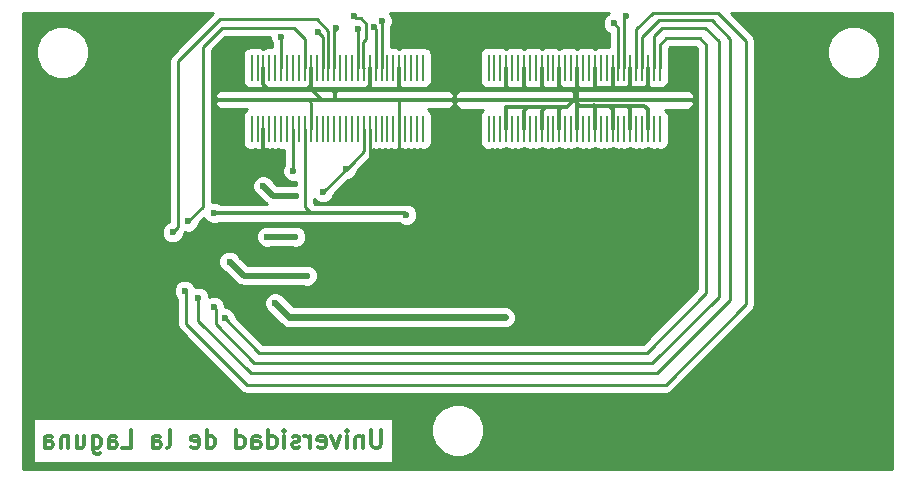
<source format=gbr>
G04 #@! TF.FileFunction,Copper,L2,Bot,Signal*
%FSLAX46Y46*%
G04 Gerber Fmt 4.6, Leading zero omitted, Abs format (unit mm)*
G04 Created by KiCad (PCBNEW 4.0.7-e2-6376~60~ubuntu17.10.1) date Wed Mar 21 11:42:29 2018*
%MOMM*%
%LPD*%
G01*
G04 APERTURE LIST*
%ADD10C,0.100000*%
%ADD11C,0.300000*%
%ADD12R,0.200000X2.200000*%
%ADD13R,19.000000X0.400000*%
%ADD14C,0.600000*%
%ADD15C,0.250000*%
%ADD16C,0.500000*%
%ADD17C,0.600000*%
%ADD18C,0.254000*%
G04 APERTURE END LIST*
D10*
D11*
X31156240Y4143749D02*
X31156240Y2929463D01*
X31084812Y2786606D01*
X31013383Y2715177D01*
X30870526Y2643749D01*
X30584812Y2643749D01*
X30441954Y2715177D01*
X30370526Y2786606D01*
X30299097Y2929463D01*
X30299097Y4143749D01*
X29584811Y3643749D02*
X29584811Y2643749D01*
X29584811Y3500891D02*
X29513383Y3572320D01*
X29370525Y3643749D01*
X29156240Y3643749D01*
X29013383Y3572320D01*
X28941954Y3429463D01*
X28941954Y2643749D01*
X28227668Y2643749D02*
X28227668Y3643749D01*
X28227668Y4143749D02*
X28299097Y4072320D01*
X28227668Y4000891D01*
X28156240Y4072320D01*
X28227668Y4143749D01*
X28227668Y4000891D01*
X27656239Y3643749D02*
X27299096Y2643749D01*
X26941954Y3643749D01*
X25799097Y2715177D02*
X25941954Y2643749D01*
X26227668Y2643749D01*
X26370525Y2715177D01*
X26441954Y2858034D01*
X26441954Y3429463D01*
X26370525Y3572320D01*
X26227668Y3643749D01*
X25941954Y3643749D01*
X25799097Y3572320D01*
X25727668Y3429463D01*
X25727668Y3286606D01*
X26441954Y3143749D01*
X25084811Y2643749D02*
X25084811Y3643749D01*
X25084811Y3358034D02*
X25013383Y3500891D01*
X24941954Y3572320D01*
X24799097Y3643749D01*
X24656240Y3643749D01*
X24227669Y2715177D02*
X24084812Y2643749D01*
X23799097Y2643749D01*
X23656240Y2715177D01*
X23584812Y2858034D01*
X23584812Y2929463D01*
X23656240Y3072320D01*
X23799097Y3143749D01*
X24013383Y3143749D01*
X24156240Y3215177D01*
X24227669Y3358034D01*
X24227669Y3429463D01*
X24156240Y3572320D01*
X24013383Y3643749D01*
X23799097Y3643749D01*
X23656240Y3572320D01*
X22941954Y2643749D02*
X22941954Y3643749D01*
X22941954Y4143749D02*
X23013383Y4072320D01*
X22941954Y4000891D01*
X22870526Y4072320D01*
X22941954Y4143749D01*
X22941954Y4000891D01*
X21584811Y2643749D02*
X21584811Y4143749D01*
X21584811Y2715177D02*
X21727668Y2643749D01*
X22013382Y2643749D01*
X22156240Y2715177D01*
X22227668Y2786606D01*
X22299097Y2929463D01*
X22299097Y3358034D01*
X22227668Y3500891D01*
X22156240Y3572320D01*
X22013382Y3643749D01*
X21727668Y3643749D01*
X21584811Y3572320D01*
X20227668Y2643749D02*
X20227668Y3429463D01*
X20299097Y3572320D01*
X20441954Y3643749D01*
X20727668Y3643749D01*
X20870525Y3572320D01*
X20227668Y2715177D02*
X20370525Y2643749D01*
X20727668Y2643749D01*
X20870525Y2715177D01*
X20941954Y2858034D01*
X20941954Y3000891D01*
X20870525Y3143749D01*
X20727668Y3215177D01*
X20370525Y3215177D01*
X20227668Y3286606D01*
X18870525Y2643749D02*
X18870525Y4143749D01*
X18870525Y2715177D02*
X19013382Y2643749D01*
X19299096Y2643749D01*
X19441954Y2715177D01*
X19513382Y2786606D01*
X19584811Y2929463D01*
X19584811Y3358034D01*
X19513382Y3500891D01*
X19441954Y3572320D01*
X19299096Y3643749D01*
X19013382Y3643749D01*
X18870525Y3572320D01*
X16370525Y2643749D02*
X16370525Y4143749D01*
X16370525Y2715177D02*
X16513382Y2643749D01*
X16799096Y2643749D01*
X16941954Y2715177D01*
X17013382Y2786606D01*
X17084811Y2929463D01*
X17084811Y3358034D01*
X17013382Y3500891D01*
X16941954Y3572320D01*
X16799096Y3643749D01*
X16513382Y3643749D01*
X16370525Y3572320D01*
X15084811Y2715177D02*
X15227668Y2643749D01*
X15513382Y2643749D01*
X15656239Y2715177D01*
X15727668Y2858034D01*
X15727668Y3429463D01*
X15656239Y3572320D01*
X15513382Y3643749D01*
X15227668Y3643749D01*
X15084811Y3572320D01*
X15013382Y3429463D01*
X15013382Y3286606D01*
X15727668Y3143749D01*
X13013382Y2643749D02*
X13156240Y2715177D01*
X13227668Y2858034D01*
X13227668Y4143749D01*
X11799097Y2643749D02*
X11799097Y3429463D01*
X11870526Y3572320D01*
X12013383Y3643749D01*
X12299097Y3643749D01*
X12441954Y3572320D01*
X11799097Y2715177D02*
X11941954Y2643749D01*
X12299097Y2643749D01*
X12441954Y2715177D01*
X12513383Y2858034D01*
X12513383Y3000891D01*
X12441954Y3143749D01*
X12299097Y3215177D01*
X11941954Y3215177D01*
X11799097Y3286606D01*
X9227668Y2643749D02*
X9941954Y2643749D01*
X9941954Y4143749D01*
X8084811Y2643749D02*
X8084811Y3429463D01*
X8156240Y3572320D01*
X8299097Y3643749D01*
X8584811Y3643749D01*
X8727668Y3572320D01*
X8084811Y2715177D02*
X8227668Y2643749D01*
X8584811Y2643749D01*
X8727668Y2715177D01*
X8799097Y2858034D01*
X8799097Y3000891D01*
X8727668Y3143749D01*
X8584811Y3215177D01*
X8227668Y3215177D01*
X8084811Y3286606D01*
X6727668Y3643749D02*
X6727668Y2429463D01*
X6799097Y2286606D01*
X6870525Y2215177D01*
X7013382Y2143749D01*
X7227668Y2143749D01*
X7370525Y2215177D01*
X6727668Y2715177D02*
X6870525Y2643749D01*
X7156239Y2643749D01*
X7299097Y2715177D01*
X7370525Y2786606D01*
X7441954Y2929463D01*
X7441954Y3358034D01*
X7370525Y3500891D01*
X7299097Y3572320D01*
X7156239Y3643749D01*
X6870525Y3643749D01*
X6727668Y3572320D01*
X5370525Y3643749D02*
X5370525Y2643749D01*
X6013382Y3643749D02*
X6013382Y2858034D01*
X5941954Y2715177D01*
X5799096Y2643749D01*
X5584811Y2643749D01*
X5441954Y2715177D01*
X5370525Y2786606D01*
X4656239Y3643749D02*
X4656239Y2643749D01*
X4656239Y3500891D02*
X4584811Y3572320D01*
X4441953Y3643749D01*
X4227668Y3643749D01*
X4084811Y3572320D01*
X4013382Y3429463D01*
X4013382Y2643749D01*
X2656239Y2643749D02*
X2656239Y3429463D01*
X2727668Y3572320D01*
X2870525Y3643749D01*
X3156239Y3643749D01*
X3299096Y3572320D01*
X2656239Y2715177D02*
X2799096Y2643749D01*
X3156239Y2643749D01*
X3299096Y2715177D01*
X3370525Y2858034D01*
X3370525Y3000891D01*
X3299096Y3143749D01*
X3156239Y3215177D01*
X2799096Y3215177D01*
X2656239Y3286606D01*
D12*
X54737790Y29632210D03*
X54737790Y34832210D03*
X54237790Y29632210D03*
X54237790Y34832210D03*
X53737790Y29632210D03*
X53737790Y34832210D03*
X53237790Y29632210D03*
X53237790Y34832210D03*
X52737790Y29632210D03*
X52737790Y34832210D03*
X52237790Y29632210D03*
X52237790Y34832210D03*
X51737790Y29632210D03*
X51737790Y34832210D03*
X51237790Y29632210D03*
X51237790Y34832210D03*
X50737790Y29632210D03*
X50737790Y34832210D03*
X50237790Y29632210D03*
X50237790Y34832210D03*
X49737790Y29632210D03*
X49737790Y34832210D03*
X49237790Y29632210D03*
X49237790Y34832210D03*
X48737790Y29632210D03*
X48737790Y34832210D03*
X48237790Y29632210D03*
X48237790Y34832210D03*
X47737790Y29632210D03*
X47737790Y34832210D03*
X47237790Y29632210D03*
X47237790Y34832210D03*
X46737790Y29632210D03*
X46737790Y34832210D03*
X46237790Y29632210D03*
X46237790Y34832210D03*
X45737790Y29632210D03*
X45737790Y34832210D03*
X45237790Y29632210D03*
X45237790Y34832210D03*
X44737790Y29632210D03*
X44737790Y34832210D03*
X44237790Y29632210D03*
X44237790Y34832210D03*
X43737790Y29632210D03*
X43737790Y34832210D03*
X43237790Y29632210D03*
X43237790Y34832210D03*
X42737790Y29632210D03*
X42737790Y34832210D03*
X42237790Y29632210D03*
X42237790Y34832210D03*
X41737790Y29632210D03*
X41737790Y34832210D03*
X41237790Y29632210D03*
X41237790Y34832210D03*
X40737790Y29632210D03*
X40737790Y34832210D03*
X40237790Y29632210D03*
X40237790Y34832210D03*
X34683190Y29619510D03*
X34683190Y34819510D03*
X34183190Y29619510D03*
X34183190Y34819510D03*
X33683190Y29619510D03*
X33683190Y34819510D03*
X33183190Y29619510D03*
X33183190Y34819510D03*
X32683190Y29619510D03*
X32683190Y34819510D03*
X32183190Y29619510D03*
X32183190Y34819510D03*
X31683190Y29619510D03*
X31683190Y34819510D03*
X31183190Y29619510D03*
X31183190Y34819510D03*
X30683190Y29619510D03*
X30683190Y34819510D03*
X30183190Y29619510D03*
X30183190Y34819510D03*
X29683190Y29619510D03*
X29683190Y34819510D03*
X29183190Y29619510D03*
X29183190Y34819510D03*
X28683190Y29619510D03*
X28683190Y34819510D03*
X28183190Y29619510D03*
X28183190Y34819510D03*
X27683190Y29619510D03*
X27683190Y34819510D03*
X27183190Y29619510D03*
X27183190Y34819510D03*
X26683190Y29619510D03*
X26683190Y34819510D03*
X26183190Y29619510D03*
X26183190Y34819510D03*
X25683190Y29619510D03*
X25683190Y34819510D03*
X25183190Y29619510D03*
X25183190Y34819510D03*
X24683190Y29619510D03*
X24683190Y34819510D03*
X24183190Y29619510D03*
X24183190Y34819510D03*
X23683190Y29619510D03*
X23683190Y34819510D03*
X23183190Y29619510D03*
X23183190Y34819510D03*
X22683190Y29619510D03*
X22683190Y34819510D03*
X22183190Y29619510D03*
X22183190Y34819510D03*
X21683190Y29619510D03*
X21683190Y34819510D03*
X21183190Y29619510D03*
X21183190Y34819510D03*
X20683190Y29619510D03*
X20683190Y34819510D03*
X20183190Y29619510D03*
X20183190Y34819510D03*
D13*
X47512540Y32111560D03*
X27205240Y32124260D03*
D14*
X18724880Y15250160D03*
X9956800Y10688320D03*
X34076640Y20421600D03*
X51917600Y39237920D03*
X50840640Y38582600D03*
X17922240Y13609320D03*
X15666720Y15361920D03*
X14508480Y15935960D03*
X31211520Y38780720D03*
X23876000Y20502880D03*
X21518880Y20523200D03*
X30525720Y38247320D03*
X18308320Y18409920D03*
X24856440Y17216120D03*
X23713440Y26095960D03*
X28209240Y26273760D03*
X29179520Y38140640D03*
X26228040Y24277320D03*
X23906480Y23972520D03*
X21163280Y24810720D03*
X28849320Y39176960D03*
X14798040Y21803360D03*
X41620440Y13685520D03*
X22174200Y14889480D03*
X33279080Y22372320D03*
X16977360Y22545040D03*
X22697440Y37409120D03*
X16987520Y14589760D03*
X27340560Y38201600D03*
X13487400Y20878800D03*
X25786080Y37810440D03*
D11*
X53737790Y34832210D02*
X53737790Y33341590D01*
X53520230Y33124030D02*
X52026710Y33124030D01*
X53737790Y33341590D02*
X53520230Y33124030D01*
X52237790Y34832210D02*
X52237790Y33335110D01*
X52026710Y33124030D02*
X50609390Y33124030D01*
X52237790Y33335110D02*
X52026710Y33124030D01*
X50737790Y34832210D02*
X50737790Y33252430D01*
X50609390Y33124030D02*
X49237790Y33124030D01*
X50737790Y33252430D02*
X50609390Y33124030D01*
X49237790Y34832210D02*
X49237790Y33124030D01*
X48225320Y32111560D02*
X47512540Y32111560D01*
X47737790Y34832210D02*
X47737790Y32336810D01*
X47737790Y32336810D02*
X47512540Y32111560D01*
X46237790Y34832210D02*
X46237790Y33370890D01*
X46237790Y33370890D02*
X46573440Y33035240D01*
X44737790Y34832210D02*
X44737790Y33301170D01*
X44737790Y33301170D02*
X45003720Y33035240D01*
X43237790Y34832210D02*
X43237790Y33307650D01*
X43237790Y33307650D02*
X43510200Y33035240D01*
X41879520Y33035240D02*
X43510200Y33035240D01*
X43510200Y33035240D02*
X45003720Y33035240D01*
X45003720Y33035240D02*
X46573440Y33035240D01*
X41737790Y33176970D02*
X41879520Y33035240D01*
X41737790Y34832210D02*
X41737790Y33176970D01*
X53737790Y29632210D02*
X53737790Y31296330D01*
X53413550Y31620570D02*
X51920030Y31620570D01*
X53737790Y31296330D02*
X53413550Y31620570D01*
X52237790Y29632210D02*
X52237790Y31302810D01*
X51920030Y31620570D02*
X50411270Y31620570D01*
X52237790Y31302810D02*
X51920030Y31620570D01*
X50737790Y29632210D02*
X50737790Y31294050D01*
X50411270Y31620570D02*
X49237790Y31620570D01*
X50737790Y31294050D02*
X50411270Y31620570D01*
X49237790Y31620570D02*
X48003530Y31620570D01*
X48003530Y31620570D02*
X47512540Y32111560D01*
X49237790Y29632210D02*
X49237790Y31620570D01*
X49237790Y31620570D02*
X49179480Y31678880D01*
X46237790Y29632210D02*
X46237790Y31221310D01*
X46237790Y31221310D02*
X46471330Y31454850D01*
X44737790Y29632210D02*
X44737790Y31138630D01*
X44737790Y31138630D02*
X45054010Y31454850D01*
X43237790Y29632210D02*
X43237790Y31177870D01*
X43237790Y31177870D02*
X43514770Y31454850D01*
X47737790Y29632210D02*
X47737790Y31886310D01*
X47737790Y31886310D02*
X47512540Y32111560D01*
X41737790Y31454850D02*
X43514770Y31454850D01*
X43514770Y31454850D02*
X45054010Y31454850D01*
X45054010Y31454850D02*
X46471330Y31454850D01*
X46471330Y31454850D02*
X46855830Y31454850D01*
X46855830Y31454850D02*
X47512540Y32111560D01*
X41737790Y29632210D02*
X41737790Y31454850D01*
X41737790Y31454850D02*
X41711880Y31480760D01*
X32683190Y34819510D02*
X32683190Y33267910D01*
X32683190Y33267910D02*
X32953960Y32997140D01*
X30183190Y34819510D02*
X30183190Y33358190D01*
X30183190Y33358190D02*
X29832300Y33007300D01*
X25183190Y34819510D02*
X25183190Y33295950D01*
X25183190Y33295950D02*
X24884380Y32997140D01*
X21183190Y34819510D02*
X21183190Y33452210D01*
X21183190Y33452210D02*
X21592540Y33042860D01*
X32683190Y34819510D02*
X32683190Y32916870D01*
X30183190Y34819510D02*
X30183190Y32951790D01*
X30183190Y32951790D02*
X30175200Y32943800D01*
X25183190Y34819510D02*
X25183190Y33044490D01*
X25183190Y33044490D02*
X26103420Y32124260D01*
X26103420Y32124260D02*
X27205240Y32124260D01*
X21183190Y29619510D02*
X21183190Y27665270D01*
X21183190Y27665270D02*
X21031200Y27513280D01*
D15*
X12466320Y17038320D02*
X11978640Y17038320D01*
X16936720Y17038320D02*
X18724880Y15250160D01*
X12466320Y17038320D02*
X16936720Y17038320D01*
X9956800Y15016480D02*
X9956800Y10688320D01*
X11978640Y17038320D02*
X9956800Y15016480D01*
X34076640Y20421600D02*
X34218880Y20563840D01*
X34218880Y20563840D02*
X34218880Y25816560D01*
X32683190Y27352250D02*
X34218880Y25816560D01*
X32683190Y32916870D02*
X32669480Y32903160D01*
X32683190Y29619510D02*
X32683190Y31905950D01*
X32683190Y31905950D02*
X32699960Y31922720D01*
X25183190Y29619510D02*
X25183190Y31875370D01*
X25183190Y31875370D02*
X25125680Y31932880D01*
X30183190Y29619510D02*
X30183190Y27378290D01*
X32683190Y27217110D02*
X32683190Y27352250D01*
X32683190Y27352250D02*
X32683190Y29619510D01*
X32151320Y26685240D02*
X32683190Y27217110D01*
X30876240Y26685240D02*
X32151320Y26685240D01*
X30183190Y27378290D02*
X30876240Y26685240D01*
X51737790Y39058110D02*
X51737790Y34832210D01*
X51917600Y39237920D02*
X51737790Y39058110D01*
X51237790Y38185450D02*
X51237790Y34832210D01*
X50840640Y38582600D02*
X51237790Y38185450D01*
X54737790Y36779990D02*
X54737790Y34832210D01*
X55255160Y37297360D02*
X54737790Y36779990D01*
X58110120Y37297360D02*
X55255160Y37297360D01*
X58663840Y36743640D02*
X58110120Y37297360D01*
X58663840Y15742920D02*
X58663840Y36743640D01*
X53624480Y10703560D02*
X58663840Y15742920D01*
X20828000Y10703560D02*
X53624480Y10703560D01*
X17922240Y13609320D02*
X20828000Y10703560D01*
X53237790Y34832210D02*
X53237790Y37428830D01*
X15666720Y13390880D02*
X15666720Y15361920D01*
X20096480Y8961120D02*
X15666720Y13390880D01*
X54498240Y8961120D02*
X20096480Y8961120D01*
X60716160Y15179040D02*
X54498240Y8961120D01*
X60716160Y37271960D02*
X60716160Y15179040D01*
X59131200Y38856920D02*
X60716160Y37271960D01*
X54665880Y38856920D02*
X59131200Y38856920D01*
X53237790Y37428830D02*
X54665880Y38856920D01*
X52737790Y38066750D02*
X52737790Y34832210D01*
X54152800Y39481760D02*
X52737790Y38066750D01*
X59659520Y39481760D02*
X54152800Y39481760D01*
X62016640Y37124640D02*
X59659520Y39481760D01*
X62016640Y14777720D02*
X62016640Y37124640D01*
X55229760Y7990840D02*
X62016640Y14777720D01*
X19771360Y7990840D02*
X55229760Y7990840D01*
X14645640Y13116560D02*
X19771360Y7990840D01*
X14645640Y15798800D02*
X14645640Y13116560D01*
X14508480Y15935960D02*
X14645640Y15798800D01*
X31211520Y38780720D02*
X31183190Y38752390D01*
X31183190Y38752390D02*
X31183190Y34819510D01*
D16*
X21539200Y20502880D02*
X23876000Y20502880D01*
D15*
X21518880Y20523200D02*
X21539200Y20502880D01*
X30683190Y38089850D02*
X30525720Y38247320D01*
X30683190Y38089850D02*
X30683190Y34819510D01*
D16*
X18308320Y18409920D02*
X19502120Y17216120D01*
X19502120Y17216120D02*
X24856440Y17216120D01*
D15*
X23683190Y26126210D02*
X23683190Y29619510D01*
X23713440Y26095960D02*
X23683190Y26126210D01*
X28209240Y26273760D02*
X28224480Y26273760D01*
X29183190Y38136970D02*
X29179520Y38140640D01*
X29183190Y34819510D02*
X29183190Y38136970D01*
X28224480Y26273760D02*
X28722320Y26771600D01*
X29683190Y27732470D02*
X29683190Y29619510D01*
X26228040Y24277320D02*
X28722320Y26771600D01*
X28722320Y26771600D02*
X29683190Y27732470D01*
D16*
X22001480Y23972520D02*
X23906480Y23972520D01*
X21163280Y24810720D02*
X22001480Y23972520D01*
D15*
X29633192Y37039832D02*
X29633192Y34819510D01*
X29885640Y37292280D02*
X29633192Y37039832D01*
X29885640Y38541960D02*
X29885640Y37292280D01*
X29408120Y39019480D02*
X29885640Y38541960D01*
X29006800Y39019480D02*
X29408120Y39019480D01*
X28849320Y39176960D02*
X29006800Y39019480D01*
X29633192Y34819510D02*
X29683190Y34819510D01*
X24683190Y37262330D02*
X24683190Y34819510D01*
X23743920Y38201600D02*
X24683190Y37262330D01*
X17632680Y38201600D02*
X23743920Y38201600D01*
X16047720Y36616640D02*
X17632680Y38201600D01*
X16047720Y23053040D02*
X16047720Y36616640D01*
X14798040Y21803360D02*
X16047720Y23053040D01*
D17*
X23378160Y13685520D02*
X41620440Y13685520D01*
X22174200Y14889480D02*
X23378160Y13685520D01*
D11*
X33157160Y22494240D02*
X25247600Y22494240D01*
D15*
X33279080Y22372320D02*
X33157160Y22494240D01*
D11*
X17028160Y22494240D02*
X25247600Y22494240D01*
D15*
X16977360Y22545040D02*
X17028160Y22494240D01*
X24683190Y23058650D02*
X24683190Y29619510D01*
X25247600Y22494240D02*
X24683190Y23058650D01*
X22683190Y37394870D02*
X22683190Y34819510D01*
X22697440Y37409120D02*
X22683190Y37394870D01*
X54237790Y37499190D02*
X54237790Y34832210D01*
X54940200Y38201600D02*
X54237790Y37499190D01*
X58567320Y38201600D02*
X54940200Y38201600D01*
X59725560Y37043360D02*
X58567320Y38201600D01*
X59725560Y15448280D02*
X59725560Y37043360D01*
X54112160Y9834880D02*
X59725560Y15448280D01*
X20401280Y9834880D02*
X54112160Y9834880D01*
X17150080Y13086080D02*
X20401280Y9834880D01*
X17150080Y14427200D02*
X17150080Y13086080D01*
X16987520Y14589760D02*
X17150080Y14427200D01*
X27183190Y37830870D02*
X27183190Y34819510D01*
X27340560Y38201600D02*
X27183190Y37830870D01*
X24330660Y38925500D02*
X25717500Y38925500D01*
X26683190Y37959810D02*
X26683190Y34819510D01*
X25717500Y38925500D02*
X26683190Y37959810D01*
X24307800Y38948360D02*
X24330660Y38925500D01*
X17505680Y38948360D02*
X24307800Y38948360D01*
X13959840Y35402520D02*
X17505680Y38948360D01*
X13959840Y21351240D02*
X13959840Y35402520D01*
X13487400Y20878800D02*
X13959840Y21351240D01*
X26183190Y37413330D02*
X26183190Y34819510D01*
X25786080Y37810440D02*
X26183190Y37413330D01*
D18*
G36*
X13422439Y35939921D02*
X13257692Y35693359D01*
X13199840Y35402520D01*
X13199840Y21771654D01*
X12958457Y21671917D01*
X12695208Y21409127D01*
X12552562Y21065599D01*
X12552238Y20693633D01*
X12694283Y20349857D01*
X12957073Y20086608D01*
X13300601Y19943962D01*
X13672567Y19943638D01*
X14016343Y20085683D01*
X14269133Y20338033D01*
X20583718Y20338033D01*
X20725763Y19994257D01*
X20988553Y19731008D01*
X21332081Y19588362D01*
X21704047Y19588038D01*
X21776270Y19617880D01*
X23569178Y19617880D01*
X23689201Y19568042D01*
X24061167Y19567718D01*
X24404943Y19709763D01*
X24668192Y19972553D01*
X24810838Y20316081D01*
X24811162Y20688047D01*
X24669117Y21031823D01*
X24406327Y21295072D01*
X24062799Y21437718D01*
X23690833Y21438042D01*
X23569431Y21387880D01*
X21874637Y21387880D01*
X21705679Y21458038D01*
X21333713Y21458362D01*
X20989937Y21316317D01*
X20726688Y21053527D01*
X20584042Y20709999D01*
X20583718Y20338033D01*
X14269133Y20338033D01*
X14279592Y20348473D01*
X14422238Y20692001D01*
X14422279Y20738877D01*
X14497241Y20813839D01*
X14550603Y20893701D01*
X14611241Y20868522D01*
X14983207Y20868198D01*
X15326983Y21010243D01*
X15590232Y21273033D01*
X15732878Y21616561D01*
X15732919Y21663437D01*
X16155395Y22085913D01*
X16184243Y22016097D01*
X16447033Y21752848D01*
X16790561Y21610202D01*
X17162527Y21609878D01*
X17403002Y21709240D01*
X32619866Y21709240D01*
X32748753Y21580128D01*
X33092281Y21437482D01*
X33464247Y21437158D01*
X33808023Y21579203D01*
X34071272Y21841993D01*
X34213918Y22185521D01*
X34214242Y22557487D01*
X34072197Y22901263D01*
X33809407Y23164512D01*
X33465879Y23307158D01*
X33093913Y23307482D01*
X33025562Y23279240D01*
X25537402Y23279240D01*
X25443190Y23373452D01*
X25443190Y23740096D01*
X25697713Y23485128D01*
X26041241Y23342482D01*
X26413207Y23342158D01*
X26756983Y23484203D01*
X27020232Y23746993D01*
X27162878Y24090521D01*
X27162919Y24137397D01*
X28364146Y25338624D01*
X28394407Y25338598D01*
X28738183Y25480643D01*
X29001432Y25743433D01*
X29144078Y26086961D01*
X29144106Y26118584D01*
X30220591Y27195069D01*
X30385338Y27441630D01*
X30443190Y27732470D01*
X30443190Y27898465D01*
X30446361Y27899779D01*
X30583190Y27872070D01*
X30783190Y27872070D01*
X30938697Y27901331D01*
X31083190Y27872070D01*
X31283190Y27872070D01*
X31438697Y27901331D01*
X31583190Y27872070D01*
X31783190Y27872070D01*
X31938697Y27901331D01*
X32083190Y27872070D01*
X32283190Y27872070D01*
X32423277Y27898429D01*
X32456881Y27884510D01*
X32501440Y27884510D01*
X32559938Y27943008D01*
X32684667Y28023269D01*
X32815738Y27933712D01*
X32864940Y27884510D01*
X32909499Y27884510D01*
X32946361Y27899779D01*
X33083190Y27872070D01*
X33283190Y27872070D01*
X33438697Y27901331D01*
X33583190Y27872070D01*
X33783190Y27872070D01*
X33938697Y27901331D01*
X34083190Y27872070D01*
X34283190Y27872070D01*
X34438697Y27901331D01*
X34583190Y27872070D01*
X34783190Y27872070D01*
X35018507Y27916348D01*
X35234631Y28055420D01*
X35379621Y28267620D01*
X35430630Y28519510D01*
X35430630Y30719510D01*
X35386352Y30954827D01*
X35247280Y31170951D01*
X35074129Y31289260D01*
X36831549Y31289260D01*
X37064938Y31385933D01*
X37243567Y31564561D01*
X37340240Y31797950D01*
X37340240Y31929810D01*
X37377540Y31929810D01*
X37377540Y31785250D01*
X37474213Y31551861D01*
X37652842Y31373233D01*
X37886231Y31276560D01*
X39811077Y31276560D01*
X39686349Y31196300D01*
X39541359Y30984100D01*
X39490350Y30732210D01*
X39490350Y28532210D01*
X39534628Y28296893D01*
X39673700Y28080769D01*
X39885900Y27935779D01*
X40137790Y27884770D01*
X40337790Y27884770D01*
X40493297Y27914031D01*
X40637790Y27884770D01*
X40837790Y27884770D01*
X40993297Y27914031D01*
X41137790Y27884770D01*
X41337790Y27884770D01*
X41477877Y27911129D01*
X41511481Y27897210D01*
X41556040Y27897210D01*
X41614538Y27955708D01*
X41739267Y28035969D01*
X41870338Y27946412D01*
X41919540Y27897210D01*
X41964099Y27897210D01*
X42000961Y27912479D01*
X42137790Y27884770D01*
X42337790Y27884770D01*
X42493297Y27914031D01*
X42637790Y27884770D01*
X42837790Y27884770D01*
X42977877Y27911129D01*
X43011481Y27897210D01*
X43056040Y27897210D01*
X43114538Y27955708D01*
X43239267Y28035969D01*
X43370338Y27946412D01*
X43419540Y27897210D01*
X43464099Y27897210D01*
X43500961Y27912479D01*
X43637790Y27884770D01*
X43837790Y27884770D01*
X43993297Y27914031D01*
X44137790Y27884770D01*
X44337790Y27884770D01*
X44477877Y27911129D01*
X44511481Y27897210D01*
X44556040Y27897210D01*
X44614538Y27955708D01*
X44739267Y28035969D01*
X44870338Y27946412D01*
X44919540Y27897210D01*
X44964099Y27897210D01*
X45000961Y27912479D01*
X45137790Y27884770D01*
X45337790Y27884770D01*
X45493297Y27914031D01*
X45637790Y27884770D01*
X45837790Y27884770D01*
X45977877Y27911129D01*
X46011481Y27897210D01*
X46056040Y27897210D01*
X46114538Y27955708D01*
X46239267Y28035969D01*
X46370338Y27946412D01*
X46419540Y27897210D01*
X46464099Y27897210D01*
X46500961Y27912479D01*
X46637790Y27884770D01*
X46837790Y27884770D01*
X46993297Y27914031D01*
X47137790Y27884770D01*
X47337790Y27884770D01*
X47477877Y27911129D01*
X47511481Y27897210D01*
X47556040Y27897210D01*
X47614538Y27955708D01*
X47739267Y28035969D01*
X47870338Y27946412D01*
X47919540Y27897210D01*
X47964099Y27897210D01*
X48000961Y27912479D01*
X48137790Y27884770D01*
X48337790Y27884770D01*
X48493297Y27914031D01*
X48637790Y27884770D01*
X48837790Y27884770D01*
X48977877Y27911129D01*
X49011481Y27897210D01*
X49056040Y27897210D01*
X49114538Y27955708D01*
X49239267Y28035969D01*
X49370338Y27946412D01*
X49419540Y27897210D01*
X49464099Y27897210D01*
X49500961Y27912479D01*
X49637790Y27884770D01*
X49837790Y27884770D01*
X49993297Y27914031D01*
X50137790Y27884770D01*
X50337790Y27884770D01*
X50477877Y27911129D01*
X50511481Y27897210D01*
X50556040Y27897210D01*
X50614538Y27955708D01*
X50739267Y28035969D01*
X50870338Y27946412D01*
X50919540Y27897210D01*
X50964099Y27897210D01*
X51000961Y27912479D01*
X51137790Y27884770D01*
X51337790Y27884770D01*
X51493297Y27914031D01*
X51637790Y27884770D01*
X51837790Y27884770D01*
X51977877Y27911129D01*
X52011481Y27897210D01*
X52056040Y27897210D01*
X52114538Y27955708D01*
X52239267Y28035969D01*
X52370338Y27946412D01*
X52419540Y27897210D01*
X52464099Y27897210D01*
X52500961Y27912479D01*
X52637790Y27884770D01*
X52837790Y27884770D01*
X52993297Y27914031D01*
X53137790Y27884770D01*
X53337790Y27884770D01*
X53477877Y27911129D01*
X53511481Y27897210D01*
X53556040Y27897210D01*
X53614538Y27955708D01*
X53739267Y28035969D01*
X53870338Y27946412D01*
X53919540Y27897210D01*
X53964099Y27897210D01*
X54000961Y27912479D01*
X54137790Y27884770D01*
X54337790Y27884770D01*
X54493297Y27914031D01*
X54637790Y27884770D01*
X54837790Y27884770D01*
X55073107Y27929048D01*
X55289231Y28068120D01*
X55434221Y28280320D01*
X55485230Y28532210D01*
X55485230Y30732210D01*
X55440952Y30967527D01*
X55301880Y31183651D01*
X55165903Y31276560D01*
X57138849Y31276560D01*
X57372238Y31373233D01*
X57550867Y31551861D01*
X57647540Y31785250D01*
X57647540Y31929810D01*
X57488790Y32088560D01*
X47535540Y32088560D01*
X47535540Y32068560D01*
X47489540Y32068560D01*
X47489540Y32088560D01*
X37536290Y32088560D01*
X37377540Y31929810D01*
X37340240Y31929810D01*
X37340240Y31942510D01*
X37181490Y32101260D01*
X27228240Y32101260D01*
X27228240Y32081260D01*
X27182240Y32081260D01*
X27182240Y32101260D01*
X17228990Y32101260D01*
X17070240Y31942510D01*
X17070240Y31797950D01*
X17166913Y31564561D01*
X17345542Y31385933D01*
X17578931Y31289260D01*
X19795949Y31289260D01*
X19631749Y31183600D01*
X19486759Y30971400D01*
X19435750Y30719510D01*
X19435750Y28519510D01*
X19480028Y28284193D01*
X19619100Y28068069D01*
X19831300Y27923079D01*
X20083190Y27872070D01*
X20283190Y27872070D01*
X20438697Y27901331D01*
X20583190Y27872070D01*
X20783190Y27872070D01*
X20923277Y27898429D01*
X20956881Y27884510D01*
X21001440Y27884510D01*
X21059938Y27943008D01*
X21184667Y28023269D01*
X21315738Y27933712D01*
X21364940Y27884510D01*
X21409499Y27884510D01*
X21446361Y27899779D01*
X21583190Y27872070D01*
X21783190Y27872070D01*
X21938697Y27901331D01*
X22083190Y27872070D01*
X22283190Y27872070D01*
X22438697Y27901331D01*
X22583190Y27872070D01*
X22783190Y27872070D01*
X22923190Y27898413D01*
X22923190Y26628226D01*
X22921248Y26626287D01*
X22778602Y26282759D01*
X22778278Y25910793D01*
X22920323Y25567017D01*
X23183113Y25303768D01*
X23526641Y25161122D01*
X23898607Y25160798D01*
X23923190Y25170955D01*
X23923190Y24907506D01*
X23721313Y24907682D01*
X23599911Y24857520D01*
X22368059Y24857520D01*
X22006024Y25219555D01*
X21956397Y25339663D01*
X21693607Y25602912D01*
X21350079Y25745558D01*
X20978113Y25745882D01*
X20634337Y25603837D01*
X20371088Y25341047D01*
X20228442Y24997519D01*
X20228118Y24625553D01*
X20370163Y24281777D01*
X20632953Y24018528D01*
X20754266Y23968154D01*
X21375688Y23346733D01*
X21375690Y23346730D01*
X21476697Y23279240D01*
X17565578Y23279240D01*
X17507687Y23337232D01*
X17164159Y23479878D01*
X16807720Y23480188D01*
X16807720Y32450570D01*
X17070240Y32450570D01*
X17070240Y32306010D01*
X17228990Y32147260D01*
X27182240Y32147260D01*
X27182240Y32800510D01*
X27228240Y32800510D01*
X27228240Y32147260D01*
X37181490Y32147260D01*
X37340240Y32306010D01*
X37340240Y32437870D01*
X37377540Y32437870D01*
X37377540Y32293310D01*
X37536290Y32134560D01*
X47489540Y32134560D01*
X47489540Y32787810D01*
X47535540Y32787810D01*
X47535540Y32134560D01*
X57488790Y32134560D01*
X57647540Y32293310D01*
X57647540Y32437870D01*
X57550867Y32671259D01*
X57372238Y32849887D01*
X57138849Y32946560D01*
X47694290Y32946560D01*
X47535540Y32787810D01*
X47489540Y32787810D01*
X47330790Y32946560D01*
X37886231Y32946560D01*
X37652842Y32849887D01*
X37474213Y32671259D01*
X37377540Y32437870D01*
X37340240Y32437870D01*
X37340240Y32450570D01*
X37243567Y32683959D01*
X37064938Y32862587D01*
X36831549Y32959260D01*
X27386990Y32959260D01*
X27228240Y32800510D01*
X27182240Y32800510D01*
X27023490Y32959260D01*
X17578931Y32959260D01*
X17345542Y32862587D01*
X17166913Y32683959D01*
X17070240Y32450570D01*
X16807720Y32450570D01*
X16807720Y36301838D01*
X17947482Y37441600D01*
X21762468Y37441600D01*
X21762278Y37223953D01*
X21904323Y36880177D01*
X21923190Y36861277D01*
X21923190Y36538599D01*
X21783190Y36566950D01*
X21583190Y36566950D01*
X21443103Y36540591D01*
X21409499Y36554510D01*
X21364940Y36554510D01*
X21306442Y36496012D01*
X21181713Y36415751D01*
X21050642Y36505308D01*
X21001440Y36554510D01*
X20956881Y36554510D01*
X20920019Y36539241D01*
X20783190Y36566950D01*
X20583190Y36566950D01*
X20427683Y36537689D01*
X20283190Y36566950D01*
X20083190Y36566950D01*
X19847873Y36522672D01*
X19631749Y36383600D01*
X19486759Y36171400D01*
X19435750Y35919510D01*
X19435750Y33719510D01*
X19480028Y33484193D01*
X19619100Y33268069D01*
X19831300Y33123079D01*
X20083190Y33072070D01*
X20283190Y33072070D01*
X20438697Y33101331D01*
X20583190Y33072070D01*
X20783190Y33072070D01*
X20923277Y33098429D01*
X20956881Y33084510D01*
X21001440Y33084510D01*
X21059938Y33143008D01*
X21184667Y33223269D01*
X21315738Y33133712D01*
X21364940Y33084510D01*
X21409499Y33084510D01*
X21446361Y33099779D01*
X21583190Y33072070D01*
X21783190Y33072070D01*
X21938697Y33101331D01*
X22083190Y33072070D01*
X22283190Y33072070D01*
X22438697Y33101331D01*
X22583190Y33072070D01*
X22783190Y33072070D01*
X22938697Y33101331D01*
X23083190Y33072070D01*
X23283190Y33072070D01*
X23438697Y33101331D01*
X23583190Y33072070D01*
X23783190Y33072070D01*
X23938697Y33101331D01*
X24083190Y33072070D01*
X24283190Y33072070D01*
X24438697Y33101331D01*
X24583190Y33072070D01*
X24783190Y33072070D01*
X24923277Y33098429D01*
X24956881Y33084510D01*
X25001440Y33084510D01*
X25059938Y33143008D01*
X25184667Y33223269D01*
X25315738Y33133712D01*
X25364940Y33084510D01*
X25409499Y33084510D01*
X25446361Y33099779D01*
X25583190Y33072070D01*
X25783190Y33072070D01*
X25938697Y33101331D01*
X26083190Y33072070D01*
X26283190Y33072070D01*
X26438697Y33101331D01*
X26583190Y33072070D01*
X26783190Y33072070D01*
X26938697Y33101331D01*
X27083190Y33072070D01*
X27283190Y33072070D01*
X27438697Y33101331D01*
X27583190Y33072070D01*
X27783190Y33072070D01*
X27938697Y33101331D01*
X28083190Y33072070D01*
X28283190Y33072070D01*
X28438697Y33101331D01*
X28583190Y33072070D01*
X28783190Y33072070D01*
X28938697Y33101331D01*
X29083190Y33072070D01*
X29283190Y33072070D01*
X29438697Y33101331D01*
X29583190Y33072070D01*
X29783190Y33072070D01*
X29923277Y33098429D01*
X29956881Y33084510D01*
X30001440Y33084510D01*
X30059938Y33143008D01*
X30184667Y33223269D01*
X30315738Y33133712D01*
X30364940Y33084510D01*
X30409499Y33084510D01*
X30446361Y33099779D01*
X30583190Y33072070D01*
X30783190Y33072070D01*
X30938697Y33101331D01*
X31083190Y33072070D01*
X31283190Y33072070D01*
X31438697Y33101331D01*
X31583190Y33072070D01*
X31783190Y33072070D01*
X31938697Y33101331D01*
X32083190Y33072070D01*
X32283190Y33072070D01*
X32423277Y33098429D01*
X32456881Y33084510D01*
X32501440Y33084510D01*
X32559938Y33143008D01*
X32684667Y33223269D01*
X32815738Y33133712D01*
X32864940Y33084510D01*
X32909499Y33084510D01*
X32946361Y33099779D01*
X33083190Y33072070D01*
X33283190Y33072070D01*
X33438697Y33101331D01*
X33583190Y33072070D01*
X33783190Y33072070D01*
X33938697Y33101331D01*
X34083190Y33072070D01*
X34283190Y33072070D01*
X34438697Y33101331D01*
X34583190Y33072070D01*
X34783190Y33072070D01*
X35018507Y33116348D01*
X35234631Y33255420D01*
X35379621Y33467620D01*
X35430630Y33719510D01*
X35430630Y35919510D01*
X35386352Y36154827D01*
X35247280Y36370951D01*
X35035080Y36515941D01*
X34783190Y36566950D01*
X34583190Y36566950D01*
X34427683Y36537689D01*
X34283190Y36566950D01*
X34083190Y36566950D01*
X33927683Y36537689D01*
X33783190Y36566950D01*
X33583190Y36566950D01*
X33427683Y36537689D01*
X33283190Y36566950D01*
X33083190Y36566950D01*
X32943103Y36540591D01*
X32909499Y36554510D01*
X32864940Y36554510D01*
X32806442Y36496012D01*
X32681713Y36415751D01*
X32550642Y36505308D01*
X32501440Y36554510D01*
X32456881Y36554510D01*
X32420019Y36539241D01*
X32283190Y36566950D01*
X32083190Y36566950D01*
X31943190Y36540607D01*
X31943190Y38189977D01*
X32003712Y38250393D01*
X32146358Y38593921D01*
X32146682Y38965887D01*
X32004637Y39309663D01*
X31887545Y39426960D01*
X50435715Y39426960D01*
X50311697Y39375717D01*
X50048448Y39112927D01*
X49905802Y38769399D01*
X49905478Y38397433D01*
X50047523Y38053657D01*
X50310313Y37790408D01*
X50477790Y37720865D01*
X50477790Y36553255D01*
X50474619Y36551941D01*
X50337790Y36579650D01*
X50137790Y36579650D01*
X49982283Y36550389D01*
X49837790Y36579650D01*
X49637790Y36579650D01*
X49497703Y36553291D01*
X49464099Y36567210D01*
X49419540Y36567210D01*
X49361042Y36508712D01*
X49236313Y36428451D01*
X49105242Y36518008D01*
X49056040Y36567210D01*
X49011481Y36567210D01*
X48974619Y36551941D01*
X48837790Y36579650D01*
X48637790Y36579650D01*
X48482283Y36550389D01*
X48337790Y36579650D01*
X48137790Y36579650D01*
X47997703Y36553291D01*
X47964099Y36567210D01*
X47919540Y36567210D01*
X47861042Y36508712D01*
X47736313Y36428451D01*
X47605242Y36518008D01*
X47556040Y36567210D01*
X47511481Y36567210D01*
X47474619Y36551941D01*
X47337790Y36579650D01*
X47137790Y36579650D01*
X46982283Y36550389D01*
X46837790Y36579650D01*
X46637790Y36579650D01*
X46497703Y36553291D01*
X46464099Y36567210D01*
X46419540Y36567210D01*
X46361042Y36508712D01*
X46236313Y36428451D01*
X46105242Y36518008D01*
X46056040Y36567210D01*
X46011481Y36567210D01*
X45974619Y36551941D01*
X45837790Y36579650D01*
X45637790Y36579650D01*
X45482283Y36550389D01*
X45337790Y36579650D01*
X45137790Y36579650D01*
X44997703Y36553291D01*
X44964099Y36567210D01*
X44919540Y36567210D01*
X44861042Y36508712D01*
X44736313Y36428451D01*
X44605242Y36518008D01*
X44556040Y36567210D01*
X44511481Y36567210D01*
X44474619Y36551941D01*
X44337790Y36579650D01*
X44137790Y36579650D01*
X43982283Y36550389D01*
X43837790Y36579650D01*
X43637790Y36579650D01*
X43497703Y36553291D01*
X43464099Y36567210D01*
X43419540Y36567210D01*
X43361042Y36508712D01*
X43236313Y36428451D01*
X43105242Y36518008D01*
X43056040Y36567210D01*
X43011481Y36567210D01*
X42974619Y36551941D01*
X42837790Y36579650D01*
X42637790Y36579650D01*
X42482283Y36550389D01*
X42337790Y36579650D01*
X42137790Y36579650D01*
X41997703Y36553291D01*
X41964099Y36567210D01*
X41919540Y36567210D01*
X41861042Y36508712D01*
X41736313Y36428451D01*
X41605242Y36518008D01*
X41556040Y36567210D01*
X41511481Y36567210D01*
X41474619Y36551941D01*
X41337790Y36579650D01*
X41137790Y36579650D01*
X40982283Y36550389D01*
X40837790Y36579650D01*
X40637790Y36579650D01*
X40482283Y36550389D01*
X40337790Y36579650D01*
X40137790Y36579650D01*
X39902473Y36535372D01*
X39686349Y36396300D01*
X39541359Y36184100D01*
X39490350Y35932210D01*
X39490350Y33732210D01*
X39534628Y33496893D01*
X39673700Y33280769D01*
X39885900Y33135779D01*
X40137790Y33084770D01*
X40337790Y33084770D01*
X40493297Y33114031D01*
X40637790Y33084770D01*
X40837790Y33084770D01*
X40993297Y33114031D01*
X41137790Y33084770D01*
X41337790Y33084770D01*
X41477877Y33111129D01*
X41511481Y33097210D01*
X41556040Y33097210D01*
X41614538Y33155708D01*
X41739267Y33235969D01*
X41870338Y33146412D01*
X41919540Y33097210D01*
X41964099Y33097210D01*
X42000961Y33112479D01*
X42137790Y33084770D01*
X42337790Y33084770D01*
X42493297Y33114031D01*
X42637790Y33084770D01*
X42837790Y33084770D01*
X42977877Y33111129D01*
X43011481Y33097210D01*
X43056040Y33097210D01*
X43114538Y33155708D01*
X43239267Y33235969D01*
X43370338Y33146412D01*
X43419540Y33097210D01*
X43464099Y33097210D01*
X43500961Y33112479D01*
X43637790Y33084770D01*
X43837790Y33084770D01*
X43993297Y33114031D01*
X44137790Y33084770D01*
X44337790Y33084770D01*
X44477877Y33111129D01*
X44511481Y33097210D01*
X44556040Y33097210D01*
X44614538Y33155708D01*
X44739267Y33235969D01*
X44870338Y33146412D01*
X44919540Y33097210D01*
X44964099Y33097210D01*
X45000961Y33112479D01*
X45137790Y33084770D01*
X45337790Y33084770D01*
X45493297Y33114031D01*
X45637790Y33084770D01*
X45837790Y33084770D01*
X45977877Y33111129D01*
X46011481Y33097210D01*
X46056040Y33097210D01*
X46114538Y33155708D01*
X46239267Y33235969D01*
X46370338Y33146412D01*
X46419540Y33097210D01*
X46464099Y33097210D01*
X46500961Y33112479D01*
X46637790Y33084770D01*
X46837790Y33084770D01*
X46993297Y33114031D01*
X47137790Y33084770D01*
X47337790Y33084770D01*
X47477877Y33111129D01*
X47511481Y33097210D01*
X47556040Y33097210D01*
X47614538Y33155708D01*
X47739267Y33235969D01*
X47870338Y33146412D01*
X47919540Y33097210D01*
X47964099Y33097210D01*
X48000961Y33112479D01*
X48137790Y33084770D01*
X48337790Y33084770D01*
X48493297Y33114031D01*
X48637790Y33084770D01*
X48837790Y33084770D01*
X48977877Y33111129D01*
X49011481Y33097210D01*
X49056040Y33097210D01*
X49114538Y33155708D01*
X49239267Y33235969D01*
X49370338Y33146412D01*
X49419540Y33097210D01*
X49464099Y33097210D01*
X49500961Y33112479D01*
X49637790Y33084770D01*
X49837790Y33084770D01*
X49993297Y33114031D01*
X50137790Y33084770D01*
X50337790Y33084770D01*
X50477877Y33111129D01*
X50511481Y33097210D01*
X50556040Y33097210D01*
X50614538Y33155708D01*
X50739267Y33235969D01*
X50870338Y33146412D01*
X50919540Y33097210D01*
X50964099Y33097210D01*
X51000961Y33112479D01*
X51137790Y33084770D01*
X51337790Y33084770D01*
X51493297Y33114031D01*
X51637790Y33084770D01*
X51837790Y33084770D01*
X51977877Y33111129D01*
X52011481Y33097210D01*
X52056040Y33097210D01*
X52114538Y33155708D01*
X52239267Y33235969D01*
X52370338Y33146412D01*
X52419540Y33097210D01*
X52464099Y33097210D01*
X52500961Y33112479D01*
X52637790Y33084770D01*
X52837790Y33084770D01*
X52993297Y33114031D01*
X53137790Y33084770D01*
X53337790Y33084770D01*
X53477877Y33111129D01*
X53511481Y33097210D01*
X53556040Y33097210D01*
X53614538Y33155708D01*
X53739267Y33235969D01*
X53870338Y33146412D01*
X53919540Y33097210D01*
X53964099Y33097210D01*
X54000961Y33112479D01*
X54137790Y33084770D01*
X54337790Y33084770D01*
X54493297Y33114031D01*
X54637790Y33084770D01*
X54837790Y33084770D01*
X55073107Y33129048D01*
X55289231Y33268120D01*
X55434221Y33480320D01*
X55485230Y33732210D01*
X55485230Y34769067D01*
X55497790Y34832210D01*
X55497790Y36465188D01*
X55569962Y36537360D01*
X57795318Y36537360D01*
X57903840Y36428838D01*
X57903840Y16057722D01*
X53309678Y11463560D01*
X21142802Y11463560D01*
X18857362Y13749000D01*
X18857402Y13794487D01*
X18715357Y14138263D01*
X18452567Y14401512D01*
X18109039Y14544158D01*
X17922481Y14544321D01*
X17922620Y14704313D01*
X21239038Y14704313D01*
X21381083Y14360537D01*
X21643873Y14097288D01*
X21644265Y14097125D01*
X22717015Y13024375D01*
X23020351Y12821693D01*
X23043301Y12817128D01*
X23378160Y12750519D01*
X23378165Y12750520D01*
X41619624Y12750520D01*
X41805607Y12750358D01*
X42149383Y12892403D01*
X42412632Y13155193D01*
X42555278Y13498721D01*
X42555602Y13870687D01*
X42413557Y14214463D01*
X42150767Y14477712D01*
X41807239Y14620358D01*
X41435273Y14620682D01*
X41434881Y14620520D01*
X23765450Y14620520D01*
X22835636Y15550334D01*
X22704527Y15681672D01*
X22360999Y15824318D01*
X21989033Y15824642D01*
X21645257Y15682597D01*
X21382008Y15419807D01*
X21239362Y15076279D01*
X21239038Y14704313D01*
X17922620Y14704313D01*
X17922682Y14774927D01*
X17780637Y15118703D01*
X17517847Y15381952D01*
X17174319Y15524598D01*
X16802353Y15524922D01*
X16601791Y15442051D01*
X16601882Y15547087D01*
X16459837Y15890863D01*
X16197047Y16154112D01*
X15853519Y16296758D01*
X15481553Y16297082D01*
X15387070Y16258042D01*
X15301597Y16464903D01*
X15038807Y16728152D01*
X14695279Y16870798D01*
X14323313Y16871122D01*
X13979537Y16729077D01*
X13716288Y16466287D01*
X13573642Y16122759D01*
X13573318Y15750793D01*
X13715363Y15407017D01*
X13885640Y15236443D01*
X13885640Y13116560D01*
X13943492Y12825721D01*
X14108239Y12579159D01*
X19233959Y7453439D01*
X19480521Y7288692D01*
X19771360Y7230840D01*
X55229760Y7230840D01*
X55520599Y7288692D01*
X55767161Y7453439D01*
X62554041Y14240319D01*
X62718788Y14486881D01*
X62776640Y14777720D01*
X62776640Y35694341D01*
X68904453Y35694341D01*
X69243995Y34872588D01*
X69872161Y34243324D01*
X70693321Y33902349D01*
X71582459Y33901573D01*
X72404212Y34241115D01*
X73033476Y34869281D01*
X73374451Y35690441D01*
X73375227Y36579579D01*
X73035685Y37401332D01*
X72407519Y38030596D01*
X71586359Y38371571D01*
X70697221Y38372347D01*
X69875468Y38032805D01*
X69246204Y37404639D01*
X68905229Y36583479D01*
X68904453Y35694341D01*
X62776640Y35694341D01*
X62776640Y37124640D01*
X62718788Y37415479D01*
X62554041Y37662041D01*
X60789122Y39426960D01*
X74429840Y39426960D01*
X74429840Y846960D01*
X849840Y846960D01*
X849840Y5157320D01*
X1664097Y5157320D01*
X1664097Y1337320D01*
X32148384Y1337320D01*
X32148384Y3694341D01*
X35404453Y3694341D01*
X35743995Y2872588D01*
X36372161Y2243324D01*
X37193321Y1902349D01*
X38082459Y1901573D01*
X38904212Y2241115D01*
X39533476Y2869281D01*
X39874451Y3690441D01*
X39875227Y4579579D01*
X39535685Y5401332D01*
X38907519Y6030596D01*
X38086359Y6371571D01*
X37197221Y6372347D01*
X36375468Y6032805D01*
X35746204Y5404639D01*
X35405229Y4583479D01*
X35404453Y3694341D01*
X32148384Y3694341D01*
X32148384Y5157320D01*
X1664097Y5157320D01*
X849840Y5157320D01*
X849840Y18224753D01*
X17373158Y18224753D01*
X17515203Y17880977D01*
X17777993Y17617728D01*
X17899306Y17567354D01*
X18876328Y16590333D01*
X18876330Y16590330D01*
X19125370Y16423928D01*
X19163445Y16398487D01*
X19502120Y16331119D01*
X19502125Y16331120D01*
X24549618Y16331120D01*
X24669641Y16281282D01*
X25041607Y16280958D01*
X25385383Y16423003D01*
X25648632Y16685793D01*
X25791278Y17029321D01*
X25791602Y17401287D01*
X25649557Y17745063D01*
X25386767Y18008312D01*
X25043239Y18150958D01*
X24671273Y18151282D01*
X24549871Y18101120D01*
X19868699Y18101120D01*
X19151064Y18818756D01*
X19101437Y18938863D01*
X18838647Y19202112D01*
X18495119Y19344758D01*
X18123153Y19345082D01*
X17779377Y19203037D01*
X17516128Y18940247D01*
X17373482Y18596719D01*
X17373158Y18224753D01*
X849840Y18224753D01*
X849840Y35694341D01*
X1904453Y35694341D01*
X2243995Y34872588D01*
X2872161Y34243324D01*
X3693321Y33902349D01*
X4582459Y33901573D01*
X5404212Y34241115D01*
X6033476Y34869281D01*
X6374451Y35690441D01*
X6375227Y36579579D01*
X6035685Y37401332D01*
X5407519Y38030596D01*
X4586359Y38371571D01*
X3697221Y38372347D01*
X2875468Y38032805D01*
X2246204Y37404639D01*
X1905229Y36583479D01*
X1904453Y35694341D01*
X849840Y35694341D01*
X849840Y39426960D01*
X16909478Y39426960D01*
X13422439Y35939921D01*
X13422439Y35939921D01*
G37*
X13422439Y35939921D02*
X13257692Y35693359D01*
X13199840Y35402520D01*
X13199840Y21771654D01*
X12958457Y21671917D01*
X12695208Y21409127D01*
X12552562Y21065599D01*
X12552238Y20693633D01*
X12694283Y20349857D01*
X12957073Y20086608D01*
X13300601Y19943962D01*
X13672567Y19943638D01*
X14016343Y20085683D01*
X14269133Y20338033D01*
X20583718Y20338033D01*
X20725763Y19994257D01*
X20988553Y19731008D01*
X21332081Y19588362D01*
X21704047Y19588038D01*
X21776270Y19617880D01*
X23569178Y19617880D01*
X23689201Y19568042D01*
X24061167Y19567718D01*
X24404943Y19709763D01*
X24668192Y19972553D01*
X24810838Y20316081D01*
X24811162Y20688047D01*
X24669117Y21031823D01*
X24406327Y21295072D01*
X24062799Y21437718D01*
X23690833Y21438042D01*
X23569431Y21387880D01*
X21874637Y21387880D01*
X21705679Y21458038D01*
X21333713Y21458362D01*
X20989937Y21316317D01*
X20726688Y21053527D01*
X20584042Y20709999D01*
X20583718Y20338033D01*
X14269133Y20338033D01*
X14279592Y20348473D01*
X14422238Y20692001D01*
X14422279Y20738877D01*
X14497241Y20813839D01*
X14550603Y20893701D01*
X14611241Y20868522D01*
X14983207Y20868198D01*
X15326983Y21010243D01*
X15590232Y21273033D01*
X15732878Y21616561D01*
X15732919Y21663437D01*
X16155395Y22085913D01*
X16184243Y22016097D01*
X16447033Y21752848D01*
X16790561Y21610202D01*
X17162527Y21609878D01*
X17403002Y21709240D01*
X32619866Y21709240D01*
X32748753Y21580128D01*
X33092281Y21437482D01*
X33464247Y21437158D01*
X33808023Y21579203D01*
X34071272Y21841993D01*
X34213918Y22185521D01*
X34214242Y22557487D01*
X34072197Y22901263D01*
X33809407Y23164512D01*
X33465879Y23307158D01*
X33093913Y23307482D01*
X33025562Y23279240D01*
X25537402Y23279240D01*
X25443190Y23373452D01*
X25443190Y23740096D01*
X25697713Y23485128D01*
X26041241Y23342482D01*
X26413207Y23342158D01*
X26756983Y23484203D01*
X27020232Y23746993D01*
X27162878Y24090521D01*
X27162919Y24137397D01*
X28364146Y25338624D01*
X28394407Y25338598D01*
X28738183Y25480643D01*
X29001432Y25743433D01*
X29144078Y26086961D01*
X29144106Y26118584D01*
X30220591Y27195069D01*
X30385338Y27441630D01*
X30443190Y27732470D01*
X30443190Y27898465D01*
X30446361Y27899779D01*
X30583190Y27872070D01*
X30783190Y27872070D01*
X30938697Y27901331D01*
X31083190Y27872070D01*
X31283190Y27872070D01*
X31438697Y27901331D01*
X31583190Y27872070D01*
X31783190Y27872070D01*
X31938697Y27901331D01*
X32083190Y27872070D01*
X32283190Y27872070D01*
X32423277Y27898429D01*
X32456881Y27884510D01*
X32501440Y27884510D01*
X32559938Y27943008D01*
X32684667Y28023269D01*
X32815738Y27933712D01*
X32864940Y27884510D01*
X32909499Y27884510D01*
X32946361Y27899779D01*
X33083190Y27872070D01*
X33283190Y27872070D01*
X33438697Y27901331D01*
X33583190Y27872070D01*
X33783190Y27872070D01*
X33938697Y27901331D01*
X34083190Y27872070D01*
X34283190Y27872070D01*
X34438697Y27901331D01*
X34583190Y27872070D01*
X34783190Y27872070D01*
X35018507Y27916348D01*
X35234631Y28055420D01*
X35379621Y28267620D01*
X35430630Y28519510D01*
X35430630Y30719510D01*
X35386352Y30954827D01*
X35247280Y31170951D01*
X35074129Y31289260D01*
X36831549Y31289260D01*
X37064938Y31385933D01*
X37243567Y31564561D01*
X37340240Y31797950D01*
X37340240Y31929810D01*
X37377540Y31929810D01*
X37377540Y31785250D01*
X37474213Y31551861D01*
X37652842Y31373233D01*
X37886231Y31276560D01*
X39811077Y31276560D01*
X39686349Y31196300D01*
X39541359Y30984100D01*
X39490350Y30732210D01*
X39490350Y28532210D01*
X39534628Y28296893D01*
X39673700Y28080769D01*
X39885900Y27935779D01*
X40137790Y27884770D01*
X40337790Y27884770D01*
X40493297Y27914031D01*
X40637790Y27884770D01*
X40837790Y27884770D01*
X40993297Y27914031D01*
X41137790Y27884770D01*
X41337790Y27884770D01*
X41477877Y27911129D01*
X41511481Y27897210D01*
X41556040Y27897210D01*
X41614538Y27955708D01*
X41739267Y28035969D01*
X41870338Y27946412D01*
X41919540Y27897210D01*
X41964099Y27897210D01*
X42000961Y27912479D01*
X42137790Y27884770D01*
X42337790Y27884770D01*
X42493297Y27914031D01*
X42637790Y27884770D01*
X42837790Y27884770D01*
X42977877Y27911129D01*
X43011481Y27897210D01*
X43056040Y27897210D01*
X43114538Y27955708D01*
X43239267Y28035969D01*
X43370338Y27946412D01*
X43419540Y27897210D01*
X43464099Y27897210D01*
X43500961Y27912479D01*
X43637790Y27884770D01*
X43837790Y27884770D01*
X43993297Y27914031D01*
X44137790Y27884770D01*
X44337790Y27884770D01*
X44477877Y27911129D01*
X44511481Y27897210D01*
X44556040Y27897210D01*
X44614538Y27955708D01*
X44739267Y28035969D01*
X44870338Y27946412D01*
X44919540Y27897210D01*
X44964099Y27897210D01*
X45000961Y27912479D01*
X45137790Y27884770D01*
X45337790Y27884770D01*
X45493297Y27914031D01*
X45637790Y27884770D01*
X45837790Y27884770D01*
X45977877Y27911129D01*
X46011481Y27897210D01*
X46056040Y27897210D01*
X46114538Y27955708D01*
X46239267Y28035969D01*
X46370338Y27946412D01*
X46419540Y27897210D01*
X46464099Y27897210D01*
X46500961Y27912479D01*
X46637790Y27884770D01*
X46837790Y27884770D01*
X46993297Y27914031D01*
X47137790Y27884770D01*
X47337790Y27884770D01*
X47477877Y27911129D01*
X47511481Y27897210D01*
X47556040Y27897210D01*
X47614538Y27955708D01*
X47739267Y28035969D01*
X47870338Y27946412D01*
X47919540Y27897210D01*
X47964099Y27897210D01*
X48000961Y27912479D01*
X48137790Y27884770D01*
X48337790Y27884770D01*
X48493297Y27914031D01*
X48637790Y27884770D01*
X48837790Y27884770D01*
X48977877Y27911129D01*
X49011481Y27897210D01*
X49056040Y27897210D01*
X49114538Y27955708D01*
X49239267Y28035969D01*
X49370338Y27946412D01*
X49419540Y27897210D01*
X49464099Y27897210D01*
X49500961Y27912479D01*
X49637790Y27884770D01*
X49837790Y27884770D01*
X49993297Y27914031D01*
X50137790Y27884770D01*
X50337790Y27884770D01*
X50477877Y27911129D01*
X50511481Y27897210D01*
X50556040Y27897210D01*
X50614538Y27955708D01*
X50739267Y28035969D01*
X50870338Y27946412D01*
X50919540Y27897210D01*
X50964099Y27897210D01*
X51000961Y27912479D01*
X51137790Y27884770D01*
X51337790Y27884770D01*
X51493297Y27914031D01*
X51637790Y27884770D01*
X51837790Y27884770D01*
X51977877Y27911129D01*
X52011481Y27897210D01*
X52056040Y27897210D01*
X52114538Y27955708D01*
X52239267Y28035969D01*
X52370338Y27946412D01*
X52419540Y27897210D01*
X52464099Y27897210D01*
X52500961Y27912479D01*
X52637790Y27884770D01*
X52837790Y27884770D01*
X52993297Y27914031D01*
X53137790Y27884770D01*
X53337790Y27884770D01*
X53477877Y27911129D01*
X53511481Y27897210D01*
X53556040Y27897210D01*
X53614538Y27955708D01*
X53739267Y28035969D01*
X53870338Y27946412D01*
X53919540Y27897210D01*
X53964099Y27897210D01*
X54000961Y27912479D01*
X54137790Y27884770D01*
X54337790Y27884770D01*
X54493297Y27914031D01*
X54637790Y27884770D01*
X54837790Y27884770D01*
X55073107Y27929048D01*
X55289231Y28068120D01*
X55434221Y28280320D01*
X55485230Y28532210D01*
X55485230Y30732210D01*
X55440952Y30967527D01*
X55301880Y31183651D01*
X55165903Y31276560D01*
X57138849Y31276560D01*
X57372238Y31373233D01*
X57550867Y31551861D01*
X57647540Y31785250D01*
X57647540Y31929810D01*
X57488790Y32088560D01*
X47535540Y32088560D01*
X47535540Y32068560D01*
X47489540Y32068560D01*
X47489540Y32088560D01*
X37536290Y32088560D01*
X37377540Y31929810D01*
X37340240Y31929810D01*
X37340240Y31942510D01*
X37181490Y32101260D01*
X27228240Y32101260D01*
X27228240Y32081260D01*
X27182240Y32081260D01*
X27182240Y32101260D01*
X17228990Y32101260D01*
X17070240Y31942510D01*
X17070240Y31797950D01*
X17166913Y31564561D01*
X17345542Y31385933D01*
X17578931Y31289260D01*
X19795949Y31289260D01*
X19631749Y31183600D01*
X19486759Y30971400D01*
X19435750Y30719510D01*
X19435750Y28519510D01*
X19480028Y28284193D01*
X19619100Y28068069D01*
X19831300Y27923079D01*
X20083190Y27872070D01*
X20283190Y27872070D01*
X20438697Y27901331D01*
X20583190Y27872070D01*
X20783190Y27872070D01*
X20923277Y27898429D01*
X20956881Y27884510D01*
X21001440Y27884510D01*
X21059938Y27943008D01*
X21184667Y28023269D01*
X21315738Y27933712D01*
X21364940Y27884510D01*
X21409499Y27884510D01*
X21446361Y27899779D01*
X21583190Y27872070D01*
X21783190Y27872070D01*
X21938697Y27901331D01*
X22083190Y27872070D01*
X22283190Y27872070D01*
X22438697Y27901331D01*
X22583190Y27872070D01*
X22783190Y27872070D01*
X22923190Y27898413D01*
X22923190Y26628226D01*
X22921248Y26626287D01*
X22778602Y26282759D01*
X22778278Y25910793D01*
X22920323Y25567017D01*
X23183113Y25303768D01*
X23526641Y25161122D01*
X23898607Y25160798D01*
X23923190Y25170955D01*
X23923190Y24907506D01*
X23721313Y24907682D01*
X23599911Y24857520D01*
X22368059Y24857520D01*
X22006024Y25219555D01*
X21956397Y25339663D01*
X21693607Y25602912D01*
X21350079Y25745558D01*
X20978113Y25745882D01*
X20634337Y25603837D01*
X20371088Y25341047D01*
X20228442Y24997519D01*
X20228118Y24625553D01*
X20370163Y24281777D01*
X20632953Y24018528D01*
X20754266Y23968154D01*
X21375688Y23346733D01*
X21375690Y23346730D01*
X21476697Y23279240D01*
X17565578Y23279240D01*
X17507687Y23337232D01*
X17164159Y23479878D01*
X16807720Y23480188D01*
X16807720Y32450570D01*
X17070240Y32450570D01*
X17070240Y32306010D01*
X17228990Y32147260D01*
X27182240Y32147260D01*
X27182240Y32800510D01*
X27228240Y32800510D01*
X27228240Y32147260D01*
X37181490Y32147260D01*
X37340240Y32306010D01*
X37340240Y32437870D01*
X37377540Y32437870D01*
X37377540Y32293310D01*
X37536290Y32134560D01*
X47489540Y32134560D01*
X47489540Y32787810D01*
X47535540Y32787810D01*
X47535540Y32134560D01*
X57488790Y32134560D01*
X57647540Y32293310D01*
X57647540Y32437870D01*
X57550867Y32671259D01*
X57372238Y32849887D01*
X57138849Y32946560D01*
X47694290Y32946560D01*
X47535540Y32787810D01*
X47489540Y32787810D01*
X47330790Y32946560D01*
X37886231Y32946560D01*
X37652842Y32849887D01*
X37474213Y32671259D01*
X37377540Y32437870D01*
X37340240Y32437870D01*
X37340240Y32450570D01*
X37243567Y32683959D01*
X37064938Y32862587D01*
X36831549Y32959260D01*
X27386990Y32959260D01*
X27228240Y32800510D01*
X27182240Y32800510D01*
X27023490Y32959260D01*
X17578931Y32959260D01*
X17345542Y32862587D01*
X17166913Y32683959D01*
X17070240Y32450570D01*
X16807720Y32450570D01*
X16807720Y36301838D01*
X17947482Y37441600D01*
X21762468Y37441600D01*
X21762278Y37223953D01*
X21904323Y36880177D01*
X21923190Y36861277D01*
X21923190Y36538599D01*
X21783190Y36566950D01*
X21583190Y36566950D01*
X21443103Y36540591D01*
X21409499Y36554510D01*
X21364940Y36554510D01*
X21306442Y36496012D01*
X21181713Y36415751D01*
X21050642Y36505308D01*
X21001440Y36554510D01*
X20956881Y36554510D01*
X20920019Y36539241D01*
X20783190Y36566950D01*
X20583190Y36566950D01*
X20427683Y36537689D01*
X20283190Y36566950D01*
X20083190Y36566950D01*
X19847873Y36522672D01*
X19631749Y36383600D01*
X19486759Y36171400D01*
X19435750Y35919510D01*
X19435750Y33719510D01*
X19480028Y33484193D01*
X19619100Y33268069D01*
X19831300Y33123079D01*
X20083190Y33072070D01*
X20283190Y33072070D01*
X20438697Y33101331D01*
X20583190Y33072070D01*
X20783190Y33072070D01*
X20923277Y33098429D01*
X20956881Y33084510D01*
X21001440Y33084510D01*
X21059938Y33143008D01*
X21184667Y33223269D01*
X21315738Y33133712D01*
X21364940Y33084510D01*
X21409499Y33084510D01*
X21446361Y33099779D01*
X21583190Y33072070D01*
X21783190Y33072070D01*
X21938697Y33101331D01*
X22083190Y33072070D01*
X22283190Y33072070D01*
X22438697Y33101331D01*
X22583190Y33072070D01*
X22783190Y33072070D01*
X22938697Y33101331D01*
X23083190Y33072070D01*
X23283190Y33072070D01*
X23438697Y33101331D01*
X23583190Y33072070D01*
X23783190Y33072070D01*
X23938697Y33101331D01*
X24083190Y33072070D01*
X24283190Y33072070D01*
X24438697Y33101331D01*
X24583190Y33072070D01*
X24783190Y33072070D01*
X24923277Y33098429D01*
X24956881Y33084510D01*
X25001440Y33084510D01*
X25059938Y33143008D01*
X25184667Y33223269D01*
X25315738Y33133712D01*
X25364940Y33084510D01*
X25409499Y33084510D01*
X25446361Y33099779D01*
X25583190Y33072070D01*
X25783190Y33072070D01*
X25938697Y33101331D01*
X26083190Y33072070D01*
X26283190Y33072070D01*
X26438697Y33101331D01*
X26583190Y33072070D01*
X26783190Y33072070D01*
X26938697Y33101331D01*
X27083190Y33072070D01*
X27283190Y33072070D01*
X27438697Y33101331D01*
X27583190Y33072070D01*
X27783190Y33072070D01*
X27938697Y33101331D01*
X28083190Y33072070D01*
X28283190Y33072070D01*
X28438697Y33101331D01*
X28583190Y33072070D01*
X28783190Y33072070D01*
X28938697Y33101331D01*
X29083190Y33072070D01*
X29283190Y33072070D01*
X29438697Y33101331D01*
X29583190Y33072070D01*
X29783190Y33072070D01*
X29923277Y33098429D01*
X29956881Y33084510D01*
X30001440Y33084510D01*
X30059938Y33143008D01*
X30184667Y33223269D01*
X30315738Y33133712D01*
X30364940Y33084510D01*
X30409499Y33084510D01*
X30446361Y33099779D01*
X30583190Y33072070D01*
X30783190Y33072070D01*
X30938697Y33101331D01*
X31083190Y33072070D01*
X31283190Y33072070D01*
X31438697Y33101331D01*
X31583190Y33072070D01*
X31783190Y33072070D01*
X31938697Y33101331D01*
X32083190Y33072070D01*
X32283190Y33072070D01*
X32423277Y33098429D01*
X32456881Y33084510D01*
X32501440Y33084510D01*
X32559938Y33143008D01*
X32684667Y33223269D01*
X32815738Y33133712D01*
X32864940Y33084510D01*
X32909499Y33084510D01*
X32946361Y33099779D01*
X33083190Y33072070D01*
X33283190Y33072070D01*
X33438697Y33101331D01*
X33583190Y33072070D01*
X33783190Y33072070D01*
X33938697Y33101331D01*
X34083190Y33072070D01*
X34283190Y33072070D01*
X34438697Y33101331D01*
X34583190Y33072070D01*
X34783190Y33072070D01*
X35018507Y33116348D01*
X35234631Y33255420D01*
X35379621Y33467620D01*
X35430630Y33719510D01*
X35430630Y35919510D01*
X35386352Y36154827D01*
X35247280Y36370951D01*
X35035080Y36515941D01*
X34783190Y36566950D01*
X34583190Y36566950D01*
X34427683Y36537689D01*
X34283190Y36566950D01*
X34083190Y36566950D01*
X33927683Y36537689D01*
X33783190Y36566950D01*
X33583190Y36566950D01*
X33427683Y36537689D01*
X33283190Y36566950D01*
X33083190Y36566950D01*
X32943103Y36540591D01*
X32909499Y36554510D01*
X32864940Y36554510D01*
X32806442Y36496012D01*
X32681713Y36415751D01*
X32550642Y36505308D01*
X32501440Y36554510D01*
X32456881Y36554510D01*
X32420019Y36539241D01*
X32283190Y36566950D01*
X32083190Y36566950D01*
X31943190Y36540607D01*
X31943190Y38189977D01*
X32003712Y38250393D01*
X32146358Y38593921D01*
X32146682Y38965887D01*
X32004637Y39309663D01*
X31887545Y39426960D01*
X50435715Y39426960D01*
X50311697Y39375717D01*
X50048448Y39112927D01*
X49905802Y38769399D01*
X49905478Y38397433D01*
X50047523Y38053657D01*
X50310313Y37790408D01*
X50477790Y37720865D01*
X50477790Y36553255D01*
X50474619Y36551941D01*
X50337790Y36579650D01*
X50137790Y36579650D01*
X49982283Y36550389D01*
X49837790Y36579650D01*
X49637790Y36579650D01*
X49497703Y36553291D01*
X49464099Y36567210D01*
X49419540Y36567210D01*
X49361042Y36508712D01*
X49236313Y36428451D01*
X49105242Y36518008D01*
X49056040Y36567210D01*
X49011481Y36567210D01*
X48974619Y36551941D01*
X48837790Y36579650D01*
X48637790Y36579650D01*
X48482283Y36550389D01*
X48337790Y36579650D01*
X48137790Y36579650D01*
X47997703Y36553291D01*
X47964099Y36567210D01*
X47919540Y36567210D01*
X47861042Y36508712D01*
X47736313Y36428451D01*
X47605242Y36518008D01*
X47556040Y36567210D01*
X47511481Y36567210D01*
X47474619Y36551941D01*
X47337790Y36579650D01*
X47137790Y36579650D01*
X46982283Y36550389D01*
X46837790Y36579650D01*
X46637790Y36579650D01*
X46497703Y36553291D01*
X46464099Y36567210D01*
X46419540Y36567210D01*
X46361042Y36508712D01*
X46236313Y36428451D01*
X46105242Y36518008D01*
X46056040Y36567210D01*
X46011481Y36567210D01*
X45974619Y36551941D01*
X45837790Y36579650D01*
X45637790Y36579650D01*
X45482283Y36550389D01*
X45337790Y36579650D01*
X45137790Y36579650D01*
X44997703Y36553291D01*
X44964099Y36567210D01*
X44919540Y36567210D01*
X44861042Y36508712D01*
X44736313Y36428451D01*
X44605242Y36518008D01*
X44556040Y36567210D01*
X44511481Y36567210D01*
X44474619Y36551941D01*
X44337790Y36579650D01*
X44137790Y36579650D01*
X43982283Y36550389D01*
X43837790Y36579650D01*
X43637790Y36579650D01*
X43497703Y36553291D01*
X43464099Y36567210D01*
X43419540Y36567210D01*
X43361042Y36508712D01*
X43236313Y36428451D01*
X43105242Y36518008D01*
X43056040Y36567210D01*
X43011481Y36567210D01*
X42974619Y36551941D01*
X42837790Y36579650D01*
X42637790Y36579650D01*
X42482283Y36550389D01*
X42337790Y36579650D01*
X42137790Y36579650D01*
X41997703Y36553291D01*
X41964099Y36567210D01*
X41919540Y36567210D01*
X41861042Y36508712D01*
X41736313Y36428451D01*
X41605242Y36518008D01*
X41556040Y36567210D01*
X41511481Y36567210D01*
X41474619Y36551941D01*
X41337790Y36579650D01*
X41137790Y36579650D01*
X40982283Y36550389D01*
X40837790Y36579650D01*
X40637790Y36579650D01*
X40482283Y36550389D01*
X40337790Y36579650D01*
X40137790Y36579650D01*
X39902473Y36535372D01*
X39686349Y36396300D01*
X39541359Y36184100D01*
X39490350Y35932210D01*
X39490350Y33732210D01*
X39534628Y33496893D01*
X39673700Y33280769D01*
X39885900Y33135779D01*
X40137790Y33084770D01*
X40337790Y33084770D01*
X40493297Y33114031D01*
X40637790Y33084770D01*
X40837790Y33084770D01*
X40993297Y33114031D01*
X41137790Y33084770D01*
X41337790Y33084770D01*
X41477877Y33111129D01*
X41511481Y33097210D01*
X41556040Y33097210D01*
X41614538Y33155708D01*
X41739267Y33235969D01*
X41870338Y33146412D01*
X41919540Y33097210D01*
X41964099Y33097210D01*
X42000961Y33112479D01*
X42137790Y33084770D01*
X42337790Y33084770D01*
X42493297Y33114031D01*
X42637790Y33084770D01*
X42837790Y33084770D01*
X42977877Y33111129D01*
X43011481Y33097210D01*
X43056040Y33097210D01*
X43114538Y33155708D01*
X43239267Y33235969D01*
X43370338Y33146412D01*
X43419540Y33097210D01*
X43464099Y33097210D01*
X43500961Y33112479D01*
X43637790Y33084770D01*
X43837790Y33084770D01*
X43993297Y33114031D01*
X44137790Y33084770D01*
X44337790Y33084770D01*
X44477877Y33111129D01*
X44511481Y33097210D01*
X44556040Y33097210D01*
X44614538Y33155708D01*
X44739267Y33235969D01*
X44870338Y33146412D01*
X44919540Y33097210D01*
X44964099Y33097210D01*
X45000961Y33112479D01*
X45137790Y33084770D01*
X45337790Y33084770D01*
X45493297Y33114031D01*
X45637790Y33084770D01*
X45837790Y33084770D01*
X45977877Y33111129D01*
X46011481Y33097210D01*
X46056040Y33097210D01*
X46114538Y33155708D01*
X46239267Y33235969D01*
X46370338Y33146412D01*
X46419540Y33097210D01*
X46464099Y33097210D01*
X46500961Y33112479D01*
X46637790Y33084770D01*
X46837790Y33084770D01*
X46993297Y33114031D01*
X47137790Y33084770D01*
X47337790Y33084770D01*
X47477877Y33111129D01*
X47511481Y33097210D01*
X47556040Y33097210D01*
X47614538Y33155708D01*
X47739267Y33235969D01*
X47870338Y33146412D01*
X47919540Y33097210D01*
X47964099Y33097210D01*
X48000961Y33112479D01*
X48137790Y33084770D01*
X48337790Y33084770D01*
X48493297Y33114031D01*
X48637790Y33084770D01*
X48837790Y33084770D01*
X48977877Y33111129D01*
X49011481Y33097210D01*
X49056040Y33097210D01*
X49114538Y33155708D01*
X49239267Y33235969D01*
X49370338Y33146412D01*
X49419540Y33097210D01*
X49464099Y33097210D01*
X49500961Y33112479D01*
X49637790Y33084770D01*
X49837790Y33084770D01*
X49993297Y33114031D01*
X50137790Y33084770D01*
X50337790Y33084770D01*
X50477877Y33111129D01*
X50511481Y33097210D01*
X50556040Y33097210D01*
X50614538Y33155708D01*
X50739267Y33235969D01*
X50870338Y33146412D01*
X50919540Y33097210D01*
X50964099Y33097210D01*
X51000961Y33112479D01*
X51137790Y33084770D01*
X51337790Y33084770D01*
X51493297Y33114031D01*
X51637790Y33084770D01*
X51837790Y33084770D01*
X51977877Y33111129D01*
X52011481Y33097210D01*
X52056040Y33097210D01*
X52114538Y33155708D01*
X52239267Y33235969D01*
X52370338Y33146412D01*
X52419540Y33097210D01*
X52464099Y33097210D01*
X52500961Y33112479D01*
X52637790Y33084770D01*
X52837790Y33084770D01*
X52993297Y33114031D01*
X53137790Y33084770D01*
X53337790Y33084770D01*
X53477877Y33111129D01*
X53511481Y33097210D01*
X53556040Y33097210D01*
X53614538Y33155708D01*
X53739267Y33235969D01*
X53870338Y33146412D01*
X53919540Y33097210D01*
X53964099Y33097210D01*
X54000961Y33112479D01*
X54137790Y33084770D01*
X54337790Y33084770D01*
X54493297Y33114031D01*
X54637790Y33084770D01*
X54837790Y33084770D01*
X55073107Y33129048D01*
X55289231Y33268120D01*
X55434221Y33480320D01*
X55485230Y33732210D01*
X55485230Y34769067D01*
X55497790Y34832210D01*
X55497790Y36465188D01*
X55569962Y36537360D01*
X57795318Y36537360D01*
X57903840Y36428838D01*
X57903840Y16057722D01*
X53309678Y11463560D01*
X21142802Y11463560D01*
X18857362Y13749000D01*
X18857402Y13794487D01*
X18715357Y14138263D01*
X18452567Y14401512D01*
X18109039Y14544158D01*
X17922481Y14544321D01*
X17922620Y14704313D01*
X21239038Y14704313D01*
X21381083Y14360537D01*
X21643873Y14097288D01*
X21644265Y14097125D01*
X22717015Y13024375D01*
X23020351Y12821693D01*
X23043301Y12817128D01*
X23378160Y12750519D01*
X23378165Y12750520D01*
X41619624Y12750520D01*
X41805607Y12750358D01*
X42149383Y12892403D01*
X42412632Y13155193D01*
X42555278Y13498721D01*
X42555602Y13870687D01*
X42413557Y14214463D01*
X42150767Y14477712D01*
X41807239Y14620358D01*
X41435273Y14620682D01*
X41434881Y14620520D01*
X23765450Y14620520D01*
X22835636Y15550334D01*
X22704527Y15681672D01*
X22360999Y15824318D01*
X21989033Y15824642D01*
X21645257Y15682597D01*
X21382008Y15419807D01*
X21239362Y15076279D01*
X21239038Y14704313D01*
X17922620Y14704313D01*
X17922682Y14774927D01*
X17780637Y15118703D01*
X17517847Y15381952D01*
X17174319Y15524598D01*
X16802353Y15524922D01*
X16601791Y15442051D01*
X16601882Y15547087D01*
X16459837Y15890863D01*
X16197047Y16154112D01*
X15853519Y16296758D01*
X15481553Y16297082D01*
X15387070Y16258042D01*
X15301597Y16464903D01*
X15038807Y16728152D01*
X14695279Y16870798D01*
X14323313Y16871122D01*
X13979537Y16729077D01*
X13716288Y16466287D01*
X13573642Y16122759D01*
X13573318Y15750793D01*
X13715363Y15407017D01*
X13885640Y15236443D01*
X13885640Y13116560D01*
X13943492Y12825721D01*
X14108239Y12579159D01*
X19233959Y7453439D01*
X19480521Y7288692D01*
X19771360Y7230840D01*
X55229760Y7230840D01*
X55520599Y7288692D01*
X55767161Y7453439D01*
X62554041Y14240319D01*
X62718788Y14486881D01*
X62776640Y14777720D01*
X62776640Y35694341D01*
X68904453Y35694341D01*
X69243995Y34872588D01*
X69872161Y34243324D01*
X70693321Y33902349D01*
X71582459Y33901573D01*
X72404212Y34241115D01*
X73033476Y34869281D01*
X73374451Y35690441D01*
X73375227Y36579579D01*
X73035685Y37401332D01*
X72407519Y38030596D01*
X71586359Y38371571D01*
X70697221Y38372347D01*
X69875468Y38032805D01*
X69246204Y37404639D01*
X68905229Y36583479D01*
X68904453Y35694341D01*
X62776640Y35694341D01*
X62776640Y37124640D01*
X62718788Y37415479D01*
X62554041Y37662041D01*
X60789122Y39426960D01*
X74429840Y39426960D01*
X74429840Y846960D01*
X849840Y846960D01*
X849840Y5157320D01*
X1664097Y5157320D01*
X1664097Y1337320D01*
X32148384Y1337320D01*
X32148384Y3694341D01*
X35404453Y3694341D01*
X35743995Y2872588D01*
X36372161Y2243324D01*
X37193321Y1902349D01*
X38082459Y1901573D01*
X38904212Y2241115D01*
X39533476Y2869281D01*
X39874451Y3690441D01*
X39875227Y4579579D01*
X39535685Y5401332D01*
X38907519Y6030596D01*
X38086359Y6371571D01*
X37197221Y6372347D01*
X36375468Y6032805D01*
X35746204Y5404639D01*
X35405229Y4583479D01*
X35404453Y3694341D01*
X32148384Y3694341D01*
X32148384Y5157320D01*
X1664097Y5157320D01*
X849840Y5157320D01*
X849840Y18224753D01*
X17373158Y18224753D01*
X17515203Y17880977D01*
X17777993Y17617728D01*
X17899306Y17567354D01*
X18876328Y16590333D01*
X18876330Y16590330D01*
X19125370Y16423928D01*
X19163445Y16398487D01*
X19502120Y16331119D01*
X19502125Y16331120D01*
X24549618Y16331120D01*
X24669641Y16281282D01*
X25041607Y16280958D01*
X25385383Y16423003D01*
X25648632Y16685793D01*
X25791278Y17029321D01*
X25791602Y17401287D01*
X25649557Y17745063D01*
X25386767Y18008312D01*
X25043239Y18150958D01*
X24671273Y18151282D01*
X24549871Y18101120D01*
X19868699Y18101120D01*
X19151064Y18818756D01*
X19101437Y18938863D01*
X18838647Y19202112D01*
X18495119Y19344758D01*
X18123153Y19345082D01*
X17779377Y19203037D01*
X17516128Y18940247D01*
X17373482Y18596719D01*
X17373158Y18224753D01*
X849840Y18224753D01*
X849840Y35694341D01*
X1904453Y35694341D01*
X2243995Y34872588D01*
X2872161Y34243324D01*
X3693321Y33902349D01*
X4582459Y33901573D01*
X5404212Y34241115D01*
X6033476Y34869281D01*
X6374451Y35690441D01*
X6375227Y36579579D01*
X6035685Y37401332D01*
X5407519Y38030596D01*
X4586359Y38371571D01*
X3697221Y38372347D01*
X2875468Y38032805D01*
X2246204Y37404639D01*
X1905229Y36583479D01*
X1904453Y35694341D01*
X849840Y35694341D01*
X849840Y39426960D01*
X16909478Y39426960D01*
X13422439Y35939921D01*
M02*

</source>
